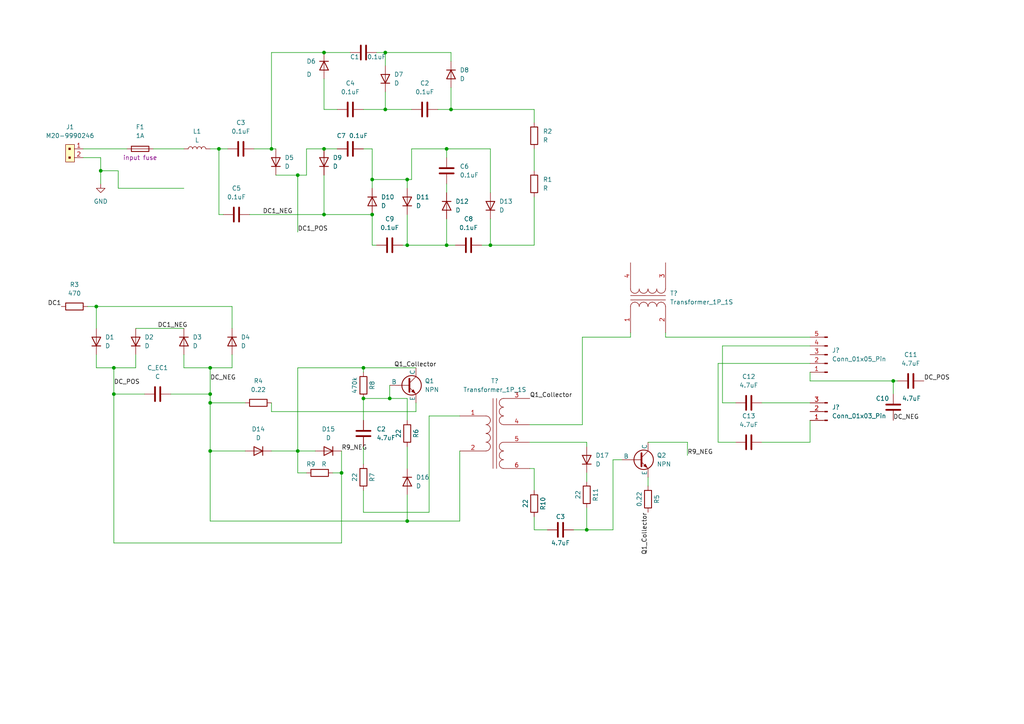
<source format=kicad_sch>
(kicad_sch (version 20231120) (generator "eeschema") (generator_version "8.0")
  (paper "A4")
  (lib_symbols
    (symbol "Connector:Conn_01x03_Pin" (pin_names (offset 1.016) hide)
      (property "Reference" "J" (at 0 5.08 0))
      (property "Value" "Conn_01x03_Pin" (at 0 -5.08 0))
      (symbol "Conn_01x03_Pin_1_1"
        (polyline (pts (xy 1.27 -2.54) (xy 0.8636 -2.54)) (stroke (width 0.1524)))
        (polyline (pts (xy 1.27 0) (xy 0.8636 0)) (stroke (width 0.1524)))
        (polyline (pts (xy 1.27 2.54) (xy 0.8636 2.54)) (stroke (width 0.1524)))
        (rectangle (start 0.8636 -2.413) (end 0 -2.667) (stroke (width 0.1524)) (fill (type outline)))
        (rectangle (start 0.8636 0.127) (end 0 -0.127) (stroke (width 0.1524)) (fill (type outline)))
        (rectangle (start 0.8636 2.667) (end 0 2.413) (stroke (width 0.1524)) (fill (type outline)))
        (pin passive line (at 5.08 2.54 180) (length 3.81) (name "Pin_1") (number "1"))
        (pin passive line (at 5.08 0 180) (length 3.81) (name "Pin_2") (number "2"))
        (pin passive line (at 5.08 -2.54 180) (length 3.81) (name "Pin_3") (number "3"))
      )
    )
    (symbol "Connector:Conn_01x05_Pin" (pin_names (offset 1.016) hide)
      (property "Reference" "J" (at 0 7.62 0))
      (property "Value" "Conn_01x05_Pin" (at 0 -7.62 0))
      (symbol "Conn_01x05_Pin_1_1"
        (polyline (pts (xy 1.27 -5.08) (xy 0.8636 -5.08)) (stroke (width 0.1524)))
        (polyline (pts (xy 1.27 -2.54) (xy 0.8636 -2.54)) (stroke (width 0.1524)))
        (polyline (pts (xy 1.27 0) (xy 0.8636 0)) (stroke (width 0.1524)))
        (polyline (pts (xy 1.27 2.54) (xy 0.8636 2.54)) (stroke (width 0.1524)))
        (polyline (pts (xy 1.27 5.08) (xy 0.8636 5.08)) (stroke (width 0.1524)))
        (rectangle (start 0.8636 -4.953) (end 0 -5.207) (stroke (width 0.1524)) (fill (type outline)))
        (rectangle (start 0.8636 -2.413) (end 0 -2.667) (stroke (width 0.1524)) (fill (type outline)))
        (rectangle (start 0.8636 0.127) (end 0 -0.127) (stroke (width 0.1524)) (fill (type outline)))
        (rectangle (start 0.8636 2.667) (end 0 2.413) (stroke (width 0.1524)) (fill (type outline)))
        (rectangle (start 0.8636 5.207) (end 0 4.953) (stroke (width 0.1524)) (fill (type outline)))
        (pin passive line (at 5.08 5.08 180) (length 3.81) (name "Pin_1") (number "1"))
        (pin passive line (at 5.08 2.54 180) (length 3.81) (name "Pin_2") (number "2"))
        (pin passive line (at 5.08 0 180) (length 3.81) (name "Pin_3") (number "3"))
        (pin passive line (at 5.08 -2.54 180) (length 3.81) (name "Pin_4") (number "4"))
        (pin passive line (at 5.08 -5.08 180) (length 3.81) (name "Pin_5") (number "5"))
      )
    )
    (symbol "Device:C" (pin_numbers hide) (pin_names (offset 0.254))
      (property "Reference" "C" (at 0.635 2.54 0))
      (property "Value" "C" (at 0.635 -2.54 0))
      (symbol "C_0_1"
        (polyline (pts (xy -2.032 -0.762) (xy 2.032 -0.762)) (stroke (width 0.508)))
        (polyline (pts (xy -2.032 0.762) (xy 2.032 0.762)) (stroke (width 0.508)))
      )
      (symbol "C_1_1"
        (pin passive line (at 0 3.81 270) (length 2.794) (name "~") (number "1"))
        (pin passive line (at 0 -3.81 90) (length 2.794) (name "~") (number "2"))
      )
    )
    (symbol "Device:D" (pin_numbers hide) (pin_names (offset 1.016) hide)
      (property "Reference" "D" (at 0 2.54 0))
      (property "Value" "D" (at 0 -2.54 0))
      (symbol "D_0_1"
        (polyline (pts (xy -1.27 1.27) (xy -1.27 -1.27)) (stroke (width 0.254)))
        (polyline (pts (xy 1.27 0) (xy -1.27 0)))
        (polyline (pts (xy 1.27 1.27) (xy 1.27 -1.27) (xy -1.27 0) (xy 1.27 1.27)) (stroke (width 0.254)))
      )
      (symbol "D_1_1"
        (pin passive line (at -3.81 0 0) (length 2.54) (name "K") (number "1"))
        (pin passive line (at 3.81 0 180) (length 2.54) (name "A") (number "2"))
      )
    )
    (symbol "Device:Fuse" (pin_numbers hide) (pin_names (offset 0))
      (property "Reference" "F" (at 2.032 0 90))
      (property "Value" "Fuse" (at -1.905 0 90))
      (symbol "Fuse_0_1"
        (rectangle (start -0.762 -2.54) (end 0.762 2.54) (stroke (width 0.254)))
        (polyline (pts (xy 0 2.54) (xy 0 -2.54)))
      )
      (symbol "Fuse_1_1"
        (pin passive line (at 0 3.81 270) (length 1.27) (name "~") (number "1"))
        (pin passive line (at 0 -3.81 90) (length 1.27) (name "~") (number "2"))
      )
    )
    (symbol "Device:L" (pin_numbers hide) (pin_names (offset 1.016) hide)
      (property "Reference" "L" (at -1.27 0 90))
      (property "Value" "L" (at 1.905 0 90))
      (symbol "L_0_1"
        (arc (start 0 -2.54) (mid 0.6323 -1.905) (end 0 -1.27))
        (arc (start 0 -1.27) (mid 0.6323 -0.635) (end 0 0))
        (arc (start 0 0) (mid 0.6323 0.635) (end 0 1.27))
        (arc (start 0 1.27) (mid 0.6323 1.905) (end 0 2.54))
      )
      (symbol "L_1_1"
        (pin passive line (at 0 3.81 270) (length 1.27) (name "1") (number "1"))
        (pin passive line (at 0 -3.81 90) (length 1.27) (name "2") (number "2"))
      )
    )
    (symbol "Device:R" (pin_numbers hide) (pin_names (offset 0))
      (property "Reference" "R" (at 2.032 0 90))
      (property "Value" "R" (at 0 0 90))
      (symbol "R_0_1"
        (rectangle (start -1.016 -2.54) (end 1.016 2.54) (stroke (width 0.254)))
      )
      (symbol "R_1_1"
        (pin passive line (at 0 3.81 270) (length 1.27) (name "~") (number "1"))
        (pin passive line (at 0 -3.81 90) (length 1.27) (name "~") (number "2"))
      )
    )
    (symbol "Device:Transformer_1P_1S" (pin_names (offset 1.016) hide)
      (property "Reference" "T" (at 0 6.35 0))
      (property "Value" "Transformer_1P_1S" (at 0 -7.62 0))
      (symbol "Transformer_1P_1S_0_1"
        (arc (start -2.54 -5.0546) (mid -1.6599 -4.6901) (end -1.27 -3.81))
        (arc (start -2.54 -2.5146) (mid -1.6599 -2.1501) (end -1.27 -1.27))
        (arc (start -2.54 0.0254) (mid -1.6599 0.3899) (end -1.27 1.27))
        (arc (start -2.54 2.5654) (mid -1.6599 2.9299) (end -1.27 3.81))
        (arc (start -1.27 -3.81) (mid -1.642 -2.912) (end -2.54 -2.54))
        (arc (start -1.27 -1.27) (mid -1.642 -0.372) (end -2.54 0))
        (arc (start -1.27 1.27) (mid -1.642 2.168) (end -2.54 2.54))
        (arc (start -1.27 3.81) (mid -1.642 4.708) (end -2.54 5.08))
        (polyline (pts (xy -0.635 5.08) (xy -0.635 -5.08)))
        (polyline (pts (xy 0.635 -5.08) (xy 0.635 5.08)))
        (arc (start 1.2954 -1.27) (mid 1.6599 -2.1501) (end 2.54 -2.5146))
        (arc (start 1.2954 1.27) (mid 1.6599 0.3899) (end 2.54 0.0254))
        (arc (start 1.2954 3.81) (mid 1.6599 2.9299) (end 2.54 2.5654))
        (arc (start 1.3208 -3.81) (mid 1.6853 -4.6901) (end 2.5654 -5.0546))
        (arc (start 2.54 0) (mid 1.642 -0.372) (end 1.2954 -1.27))
        (arc (start 2.54 2.54) (mid 1.642 2.168) (end 1.2954 1.27))
        (arc (start 2.54 5.08) (mid 1.642 4.708) (end 1.2954 3.81))
        (arc (start 2.5654 -2.54) (mid 1.6674 -2.912) (end 1.3208 -3.81))
      )
      (symbol "Transformer_1P_1S_1_1"
        (pin passive line (at -10.16 5.08 0) (length 7.62) (name "AA") (number "1"))
        (pin passive line (at -10.16 -5.08 0) (length 7.62) (name "AB") (number "2"))
        (pin passive line (at 10.16 -5.08 180) (length 7.62) (name "SA") (number "3"))
        (pin passive line (at 10.16 5.08 180) (length 7.62) (name "SB") (number "4"))
      )
    )
    (symbol "Device:Transformer_1P_2S" (pin_names (offset 1.016) hide)
      (property "Reference" "T" (at 0 12.7 0))
      (property "Value" "Transformer_1P_2S" (at 0 -12.7 0))
      (symbol "Transformer_1P_2S_0_1"
        (arc (start -2.54 -5.0546) (mid -1.6599 -4.6901) (end -1.27 -3.81))
        (arc (start -2.54 -2.5146) (mid -1.6599 -2.1501) (end -1.27 -1.27))
        (arc (start -2.54 0.0254) (mid -1.6599 0.3899) (end -1.27 1.27))
        (arc (start -2.54 2.5654) (mid -1.6599 2.9299) (end -1.27 3.81))
        (arc (start -1.27 -3.81) (mid -1.642 -2.912) (end -2.54 -2.54))
        (arc (start -1.27 -1.27) (mid -1.642 -0.372) (end -2.54 0))
        (arc (start -1.27 1.27) (mid -1.642 2.168) (end -2.54 2.54))
        (arc (start -1.27 3.81) (mid -1.642 4.708) (end -2.54 5.08))
        (polyline (pts (xy -0.508 -10.16) (xy -0.508 10.16)))
        (polyline (pts (xy 0.508 10.16) (xy 0.508 -10.16)))
        (arc (start 1.2954 -8.89) (mid 1.6599 -9.7701) (end 2.54 -10.1346))
        (arc (start 1.2954 -6.35) (mid 1.6599 -7.2301) (end 2.54 -7.5946))
        (arc (start 1.2954 -3.81) (mid 1.6599 -4.6901) (end 2.54 -5.0546))
        (arc (start 1.2954 3.81) (mid 1.6599 2.9299) (end 2.54 2.5654))
        (arc (start 1.2954 6.35) (mid 1.6599 5.4699) (end 2.54 5.1054))
        (arc (start 1.2954 8.89) (mid 1.6599 8.0099) (end 2.54 7.6454))
        (arc (start 2.54 -7.62) (mid 1.642 -7.992) (end 1.2954 -8.89))
        (arc (start 2.54 -5.08) (mid 1.642 -5.452) (end 1.2954 -6.35))
        (arc (start 2.54 -2.54) (mid 1.642 -2.912) (end 1.2954 -3.81))
        (arc (start 2.54 5.08) (mid 1.642 4.708) (end 1.2954 3.81))
        (arc (start 2.54 7.62) (mid 1.642 7.248) (end 1.2954 6.35))
        (arc (start 2.54 10.16) (mid 1.642 9.788) (end 1.2954 8.89))
      )
      (symbol "Transformer_1P_2S_1_1"
        (pin passive line (at -10.16 5.08 0) (length 7.62) (name "AA") (number "1"))
        (pin passive line (at -10.16 -5.08 0) (length 7.62) (name "AB") (number "2"))
        (pin passive line (at 10.16 10.16 180) (length 7.62) (name "SA") (number "3"))
        (pin passive line (at 10.16 2.54 180) (length 7.62) (name "SB") (number "4"))
        (pin passive line (at 10.16 -2.54 180) (length 7.62) (name "SC") (number "5"))
        (pin passive line (at 10.16 -10.16 180) (length 7.62) (name "SD") (number "6"))
      )
    )
    (symbol "Simulation_SPICE:NPN" (pin_numbers hide) (pin_names (offset 0))
      (property "Reference" "Q" (at -2.54 7.62 0))
      (property "Value" "NPN" (at -2.54 5.08 0))
      (symbol "NPN_0_1"
        (polyline (pts (xy -2.54 0) (xy 0.635 0)) (stroke (width 0.1524)))
        (polyline (pts (xy 0.635 0.635) (xy 2.54 2.54)))
        (polyline (pts (xy 2.794 -1.27) (xy 2.794 -1.27)) (stroke (width 0.1524)))
        (polyline (pts (xy 2.794 -1.27) (xy 2.794 -1.27)) (stroke (width 0.1524)))
        (polyline (pts (xy 0.635 -0.635) (xy 2.54 -2.54) (xy 2.54 -2.54)))
        (polyline (pts (xy 0.635 1.905) (xy 0.635 -1.905) (xy 0.635 -1.905)) (stroke (width 0.508)))
        (polyline (pts (xy 1.27 -1.778) (xy 1.778 -1.27) (xy 2.286 -2.286) (xy 1.27 -1.778) (xy 1.27 -1.778)) (fill (type outline)))
        (circle (center 1.27 0) (radius 2.8194) (stroke (width 0.254)))
      )
      (symbol "NPN_1_1"
        (pin open_collector line (at 2.54 5.08 270) (length 2.54) (name "C") (number "1"))
        (pin input line (at -5.08 0 0) (length 2.54) (name "B") (number "2"))
        (pin open_emitter line (at 2.54 -5.08 90) (length 2.54) (name "E") (number "3"))
      )
    )
    (symbol "dk_Rectangular-Connectors-Headers-Male-Pins:M20-9990246" (pin_names (offset 1.016))
      (property "Reference" "J" (at -2.54 1.27 0))
      (property "Value" "M20-9990246" (at 1.27 -3.81 0))
      (symbol "M20-9990246_1_1"
        (rectangle (start -1.27 0) (end 3.81 -2.54) (fill (type background)))
        (rectangle (start -0.254 -1.143) (end 0.254 -1.651) (fill (type outline)))
        (rectangle (start 2.286 -1.143) (end 2.794 -1.651) (fill (type outline)))
        (pin passive line (at 0 2.54 270) (length 2.54) (name "~") (number "1"))
        (pin passive line (at 2.54 2.54 270) (length 2.54) (name "~") (number "2"))
      )
    )
    (symbol "power:GND" (power) (pin_numbers hide) (pin_names (offset 0) hide)
      (property "Value" "GND" (at 0 -3.81 0))
      (symbol "GND_0_1"
        (polyline (pts (xy 0 0) (xy 0 -1.27) (xy 1.27 -1.27) (xy 0 -2.54) (xy -1.27 -1.27) (xy 0 -1.27)))
      )
      (symbol "GND_1_1"
        (pin power_in line (at 0 0 270) (length 0) (name "~") (number "1"))
      )
    )
  )
  (junction (at 118.11 151.13))
  (junction (at 129.54 43.18))
  (junction (at 93.98 15.24))
  (junction (at 93.98 43.18))
  (junction (at 113.03 115.57))
  (junction (at 107.95 62.23))
  (junction (at 142.24 71.12))
  (junction (at 105.41 115.57))
  (junction (at 60.96 116.84))
  (junction (at 118.11 71.12))
  (junction (at 63.5 43.18))
  (junction (at 33.02 114.3))
  (junction (at 99.06 137.16))
  (junction (at 60.96 114.3))
  (junction (at 118.11 52.07))
  (junction (at 111.76 15.24))
  (junction (at 27.94 88.9))
  (junction (at 107.95 52.07))
  (junction (at 33.02 106.68))
  (junction (at 129.54 71.12))
  (junction (at 130.81 31.75))
  (junction (at 259.08 110.49))
  (junction (at 60.96 106.68))
  (junction (at 86.36 50.8))
  (junction (at 29.21 49.53))
  (junction (at 105.41 106.68))
  (junction (at 170.18 153.67))
  (junction (at 78.74 43.18))
  (junction (at 60.96 130.81))
  (junction (at 93.98 62.23))
  (junction (at 111.76 31.75))
  (junction (at 86.36 130.81))
  (wire (pts (xy 259.08 110.49) (xy 260.35 110.49)))
  (wire (pts (xy 220.98 116.84) (xy 234.95 116.84)))
  (wire (pts (xy 166.37 153.67) (xy 170.18 153.67)))
  (wire (pts (xy 177.8 153.67) (xy 170.18 153.67)))
  (wire (pts (xy 130.81 25.4) (xy 130.81 31.75)))
  (wire (pts (xy 118.11 121.92) (xy 118.11 115.57)))
  (wire (pts (xy 53.34 54.61) (xy 34.29 54.61)))
  (wire (pts (xy 60.96 151.13) (xy 60.96 130.81)))
  (wire (pts (xy 130.81 15.24) (xy 130.81 17.78)))
  (wire (pts (xy 39.37 95.25) (xy 53.34 95.25)))
  (wire (pts (xy 105.41 43.18) (xy 107.95 43.18)))
  (wire (pts (xy 60.96 43.18) (xy 63.5 43.18)))
  (wire (pts (xy 153.67 135.89) (xy 154.94 135.89)))
  (wire (pts (xy 80.01 50.8) (xy 86.36 50.8)))
  (wire (pts (xy 139.7 71.12) (xy 142.24 71.12)))
  (wire (pts (xy 234.95 105.41) (xy 208.28 105.41)))
  (wire (pts (xy 78.74 15.24) (xy 93.98 15.24)))
  (wire (pts (xy 105.41 107.95) (xy 105.41 106.68)))
  (wire (pts (xy 129.54 71.12) (xy 118.11 71.12)))
  (wire (pts (xy 27.94 102.87) (xy 27.94 106.68)))
  (wire (pts (xy 111.76 15.24) (xy 111.76 19.05)))
  (wire (pts (xy 25.4 88.9) (xy 27.94 88.9)))
  (wire (pts (xy 118.11 71.12) (xy 118.11 62.23)))
  (wire (pts (xy 88.9 50.8) (xy 88.9 43.18)))
  (wire (pts (xy 187.96 138.43) (xy 187.96 140.97)))
  (wire (pts (xy 60.96 130.81) (xy 71.12 130.81)))
  (wire (pts (xy 93.98 22.86) (xy 93.98 31.75)))
  (wire (pts (xy 27.94 106.68) (xy 33.02 106.68)))
  (wire (pts (xy 119.38 43.18) (xy 119.38 52.07)))
  (wire (pts (xy 124.46 120.65) (xy 133.35 120.65)))
  (wire (pts (xy 29.21 45.72) (xy 29.21 49.53)))
  (wire (pts (xy 142.24 71.12) (xy 142.24 63.5)))
  (wire (pts (xy 86.36 106.68) (xy 86.36 130.81)))
  (wire (pts (xy 118.11 115.57) (xy 113.03 115.57)))
  (wire (pts (xy 60.96 114.3) (xy 60.96 106.68)))
  (wire (pts (xy 109.22 71.12) (xy 107.95 71.12)))
  (wire (pts (xy 142.24 55.88) (xy 142.24 43.18)))
  (wire (pts (xy 34.29 49.53) (xy 29.21 49.53)))
  (wire (pts (xy 88.9 43.18) (xy 93.98 43.18)))
  (wire (pts (xy 209.55 100.33) (xy 234.95 100.33)))
  (wire (pts (xy 116.84 71.12) (xy 118.11 71.12)))
  (wire (pts (xy 129.54 63.5) (xy 129.54 71.12)))
  (wire (pts (xy 78.74 119.38) (xy 78.74 116.84)))
  (wire (pts (xy 220.98 128.27) (xy 234.95 128.27)))
  (wire (pts (xy 193.04 97.79) (xy 234.95 97.79)))
  (wire (pts (xy 208.28 105.41) (xy 208.28 128.27)))
  (wire (pts (xy 39.37 106.68) (xy 39.37 102.87)))
  (wire (pts (xy 119.38 52.07) (xy 118.11 52.07)))
  (wire (pts (xy 234.95 128.27) (xy 234.95 121.92)))
  (wire (pts (xy 78.74 15.24) (xy 78.74 43.18)))
  (wire (pts (xy 129.54 43.18) (xy 129.54 45.72)))
  (wire (pts (xy 33.02 114.3) (xy 33.02 106.68)))
  (wire (pts (xy 120.65 106.68) (xy 105.41 106.68)))
  (wire (pts (xy 129.54 71.12) (xy 132.08 71.12)))
  (wire (pts (xy 72.39 62.23) (xy 93.98 62.23)))
  (wire (pts (xy 111.76 31.75) (xy 105.41 31.75)))
  (wire (pts (xy 67.31 106.68) (xy 67.31 102.87)))
  (wire (pts (xy 153.67 128.27) (xy 170.18 128.27)))
  (wire (pts (xy 33.02 114.3) (xy 41.91 114.3)))
  (wire (pts (xy 130.81 31.75) (xy 127 31.75)))
  (wire (pts (xy 53.34 102.87) (xy 53.34 106.68)))
  (wire (pts (xy 105.41 148.59) (xy 105.41 142.24)))
  (wire (pts (xy 49.53 114.3) (xy 60.96 114.3)))
  (wire (pts (xy 78.74 130.81) (xy 86.36 130.81)))
  (wire (pts (xy 118.11 151.13) (xy 133.35 151.13)))
  (wire (pts (xy 209.55 100.33) (xy 209.55 116.84)))
  (wire (pts (xy 154.94 135.89) (xy 154.94 142.24)))
  (wire (pts (xy 170.18 137.16) (xy 170.18 139.7)))
  (wire (pts (xy 33.02 106.68) (xy 39.37 106.68)))
  (wire (pts (xy 111.76 26.67) (xy 111.76 31.75)))
  (wire (pts (xy 168.91 123.19) (xy 168.91 97.79)))
  (wire (pts (xy 60.96 114.3) (xy 60.96 116.84)))
  (wire (pts (xy 64.77 62.23) (xy 63.5 62.23)))
  (wire (pts (xy 118.11 54.61) (xy 118.11 52.07)))
  (wire (pts (xy 154.94 57.15) (xy 154.94 71.12)))
  (wire (pts (xy 129.54 53.34) (xy 129.54 55.88)))
  (wire (pts (xy 66.04 43.18) (xy 63.5 43.18)))
  (wire (pts (xy 105.41 115.57) (xy 113.03 115.57)))
  (wire (pts (xy 120.65 119.38) (xy 120.65 116.84)))
  (wire (pts (xy 107.95 43.18) (xy 107.95 52.07)))
  (wire (pts (xy 180.34 133.35) (xy 177.8 133.35)))
  (wire (pts (xy 199.39 132.08) (xy 199.39 128.27)))
  (wire (pts (xy 80.01 43.18) (xy 78.74 43.18)))
  (wire (pts (xy 154.94 149.86) (xy 154.94 153.67)))
  (wire (pts (xy 193.04 97.79) (xy 193.04 96.52)))
  (wire (pts (xy 170.18 153.67) (xy 170.18 147.32)))
  (wire (pts (xy 93.98 31.75) (xy 97.79 31.75)))
  (wire (pts (xy 208.28 128.27) (xy 213.36 128.27)))
  (wire (pts (xy 60.96 151.13) (xy 118.11 151.13)))
  (wire (pts (xy 182.88 97.79) (xy 182.88 96.52)))
  (wire (pts (xy 105.41 148.59) (xy 124.46 148.59)))
  (wire (pts (xy 170.18 129.54) (xy 170.18 128.27)))
  (wire (pts (xy 63.5 62.23) (xy 63.5 43.18)))
  (wire (pts (xy 105.41 129.54) (xy 105.41 134.62)))
  (wire (pts (xy 154.94 31.75) (xy 154.94 35.56)))
  (wire (pts (xy 93.98 15.24) (xy 101.6 15.24)))
  (wire (pts (xy 99.06 157.48) (xy 33.02 157.48)))
  (wire (pts (xy 73.66 43.18) (xy 78.74 43.18)))
  (wire (pts (xy 153.67 123.19) (xy 168.91 123.19)))
  (wire (pts (xy 67.31 88.9) (xy 67.31 95.25)))
  (wire (pts (xy 154.94 71.12) (xy 142.24 71.12)))
  (wire (pts (xy 133.35 130.81) (xy 133.35 151.13)))
  (wire (pts (xy 107.95 52.07) (xy 107.95 54.61)))
  (wire (pts (xy 118.11 143.51) (xy 118.11 151.13)))
  (wire (pts (xy 78.74 119.38) (xy 120.65 119.38)))
  (wire (pts (xy 154.94 31.75) (xy 130.81 31.75)))
  (wire (pts (xy 99.06 130.81) (xy 99.06 137.16)))
  (wire (pts (xy 96.52 137.16) (xy 99.06 137.16)))
  (wire (pts (xy 93.98 43.18) (xy 97.79 43.18)))
  (wire (pts (xy 111.76 31.75) (xy 119.38 31.75)))
  (wire (pts (xy 118.11 129.54) (xy 118.11 135.89)))
  (wire (pts (xy 118.11 52.07) (xy 107.95 52.07)))
  (wire (pts (xy 107.95 62.23) (xy 107.95 71.12)))
  (wire (pts (xy 168.91 97.79) (xy 182.88 97.79)))
  (wire (pts (xy 44.45 43.18) (xy 53.34 43.18)))
  (wire (pts (xy 154.94 43.18) (xy 154.94 49.53)))
  (wire (pts (xy 259.08 110.49) (xy 259.08 114.3)))
  (wire (pts (xy 142.24 43.18) (xy 129.54 43.18)))
  (wire (pts (xy 111.76 15.24) (xy 130.81 15.24)))
  (wire (pts (xy 93.98 50.8) (xy 93.98 62.23)))
  (wire (pts (xy 86.36 137.16) (xy 86.36 130.81)))
  (wire (pts (xy 33.02 114.3) (xy 33.02 157.48)))
  (wire (pts (xy 113.03 115.57) (xy 113.03 111.76)))
  (wire (pts (xy 24.13 43.18) (xy 36.83 43.18)))
  (wire (pts (xy 234.95 110.49) (xy 234.95 107.95)))
  (wire (pts (xy 27.94 88.9) (xy 67.31 88.9)))
  (wire (pts (xy 86.36 67.31) (xy 86.36 50.8)))
  (wire (pts (xy 109.22 15.24) (xy 111.76 15.24)))
  (wire (pts (xy 29.21 49.53) (xy 29.21 53.34)))
  (wire (pts (xy 177.8 133.35) (xy 177.8 153.67)))
  (wire (pts (xy 107.95 62.23) (xy 93.98 62.23)))
  (wire (pts (xy 209.55 116.84) (xy 213.36 116.84)))
  (wire (pts (xy 53.34 106.68) (xy 60.96 106.68)))
  (wire (pts (xy 105.41 115.57) (xy 105.41 121.92)))
  (wire (pts (xy 27.94 95.25) (xy 27.94 88.9)))
  (wire (pts (xy 60.96 106.68) (xy 67.31 106.68)))
  (wire (pts (xy 124.46 148.59) (xy 124.46 120.65)))
  (wire (pts (xy 24.13 45.72) (xy 29.21 45.72)))
  (wire (pts (xy 88.9 137.16) (xy 86.36 137.16)))
  (wire (pts (xy 34.29 54.61) (xy 34.29 49.53)))
  (wire (pts (xy 86.36 130.81) (xy 91.44 130.81)))
  (wire (pts (xy 105.41 106.68) (xy 86.36 106.68)))
  (wire (pts (xy 60.96 116.84) (xy 60.96 130.81)))
  (wire (pts (xy 71.12 116.84) (xy 60.96 116.84)))
  (wire (pts (xy 99.06 137.16) (xy 99.06 157.48)))
  (wire (pts (xy 199.39 128.27) (xy 187.96 128.27)))
  (wire (pts (xy 234.95 110.49) (xy 259.08 110.49)))
  (wire (pts (xy 154.94 153.67) (xy 158.75 153.67)))
  (wire (pts (xy 86.36 50.8) (xy 88.9 50.8)))
  (wire (pts (xy 129.54 43.18) (xy 119.38 43.18)))
  (label "DC_POS" (at 267.97 110.49 0))
  (label "DC1_POS" (at 86.36 67.31 0))
  (label "DC1" (at 17.78 88.9 180))
  (label "Q1_Collector" (at 187.96 148.59 270))
  (label "Q1_Collector" (at 114.3 106.68 0))
  (label "Q1_Collector" (at 153.67 115.57 0))
  (label "DC1_NEG" (at 76.2 62.23 0))
  (label "DC1_NEG" (at 45.72 95.25 0))
  (label "R9_NEG" (at 199.39 132.08 0))
  (label "DC_NEG" (at 60.96 110.49 0))
  (label "R9_NEG" (at 99.06 130.81 0))
  (label "DC_NEG" (at 259.08 121.92 0))
  (label "DC_POS" (at 33.02 111.76 0))
  (symbol (lib_id "Device:R") (at 21.59 88.9 90) (unit 1)
    (property "Reference" "R3" (at 21.59 82.55 90))
    (property "Value" "470" (at 21.59 85.09 90))
    (property "Description" "Resistor" (effects (hide yes)))
  )
  (symbol (lib_id "Device:D") (at 130.81 21.59 270) (unit 1)
    (property "Reference" "D8" (at 133.35 20.3199 90) (effects (justify left)))
    (property "Value" "D" (at 133.35 22.8599 90) (effects (justify left)))
    (property "Description" "Diode" (effects (hide yes)))
    (property "Sim.Device" "D" (effects (hide yes)))
    (property "Sim.Pins" "1=K 2=A" (effects (hide yes)))
  )
  (symbol (lib_id "Device:D") (at 93.98 46.99 90) (unit 1)
    (property "Reference" "D9" (at 96.52 45.7199 90) (effects (justify right)))
    (property "Value" "D" (at 96.52 48.2599 90) (effects (justify right)))
    (property "Description" "Diode" (effects (hide yes)))
    (property "Sim.Device" "D" (effects (hide yes)))
    (property "Sim.Pins" "1=K 2=A" (effects (hide yes)))
  )
  (symbol (lib_id "Device:C") (at 162.56 153.67 270) (unit 1)
    (property "Reference" "C3" (at 162.56 149.86 90))
    (property "Value" "4.7uF" (at 162.56 157.48 90))
    (property "Description" "Unpolarized capacitor" (effects (hide yes)))
  )
  (symbol (lib_id "Device:R") (at 187.96 144.78 180) (unit 1)
    (property "Reference" "R5" (at 190.5 144.78 90))
    (property "Value" "0.22" (at 185.42 144.78 90))
    (property "Description" "Resistor" (effects (hide yes)))
  )
  (symbol (lib_id "Device:D") (at 95.25 130.81 180) (unit 1)
    (property "Reference" "D15" (at 95.25 124.46 0))
    (property "Value" "D" (at 95.25 127 0))
    (property "Description" "Diode" (effects (hide yes)))
    (property "Sim.Device" "D" (effects (hide yes)))
    (property "Sim.Pins" "1=K 2=A" (effects (hide yes)))
  )
  (symbol (lib_id "Device:R") (at 118.11 125.73 180) (unit 1)
    (property "Reference" "R6" (at 120.65 125.73 90))
    (property "Value" "22" (at 115.57 125.73 90))
    (property "Description" "Resistor" (effects (hide yes)))
  )
  (symbol (lib_id "Device:D") (at 74.93 130.81 180) (unit 1)
    (property "Reference" "D14" (at 74.93 124.46 0))
    (property "Value" "D" (at 74.93 127 0))
    (property "Description" "Diode" (effects (hide yes)))
    (property "Sim.Device" "D" (effects (hide yes)))
    (property "Sim.Pins" "1=K 2=A" (effects (hide yes)))
  )
  (symbol (lib_id "Device:C") (at 105.41 15.24 90) (unit 1)
    (property "Reference" "C1" (at 102.87 16.51 90))
    (property "Value" "0.1uF" (at 109.22 16.51 90))
    (property "Description" "Unpolarized capacitor" (effects (hide yes)))
  )
  (symbol (lib_id "Device:D") (at 129.54 59.69 270) (unit 1)
    (property "Reference" "D12" (at 132.08 58.4199 90) (effects (justify left)))
    (property "Value" "D" (at 132.08 60.9599 90) (effects (justify left)))
    (property "Description" "Diode" (effects (hide yes)))
    (property "Sim.Device" "D" (effects (hide yes)))
    (property "Sim.Pins" "1=K 2=A" (effects (hide yes)))
  )
  (symbol (lib_id "Device:R") (at 74.93 116.84 90) (unit 1)
    (property "Reference" "R4" (at 74.93 110.49 90))
    (property "Value" "0.22" (at 74.93 113.03 90))
    (property "Description" "Resistor" (effects (hide yes)))
  )
  (symbol (lib_id "Device:C") (at 135.89 71.12 90) (unit 1)
    (property "Reference" "C8" (at 135.89 63.5 90))
    (property "Value" "0.1uF" (at 135.89 66.04 90))
    (property "Description" "Unpolarized capacitor" (effects (hide yes)))
  )
  (symbol (lib_id "Device:C") (at 113.03 71.12 90) (unit 1)
    (property "Reference" "C9" (at 113.03 63.5 90))
    (property "Value" "0.1uF" (at 113.03 66.04 90))
    (property "Description" "Unpolarized capacitor" (effects (hide yes)))
  )
  (symbol (lib_id "Device:C") (at 264.16 110.49 270) (unit 1)
    (property "Reference" "C11" (at 264.16 102.87 90))
    (property "Value" "4.7uF" (at 264.16 105.41 90))
    (property "Description" "Unpolarized capacitor" (effects (hide yes)))
  )
  (symbol (lib_id "Device:C") (at 129.54 49.53 0) (unit 1)
    (property "Reference" "C6" (at 133.35 48.2599 0) (effects (justify left)))
    (property "Value" "0.1uF" (at 133.35 50.7999 0) (effects (justify left)))
    (property "Description" "Unpolarized capacitor" (effects (hide yes)))
  )
  (symbol (lib_id "Device:R") (at 154.94 39.37 0) (unit 1)
    (property "Reference" "R2" (at 157.48 38.0999 0) (effects (justify left)))
    (property "Value" "R" (at 157.48 40.6399 0) (effects (justify left)))
    (property "Description" "Resistor" (effects (hide yes)))
  )
  (symbol (lib_id "Device:D") (at 118.11 139.7 270) (unit 1)
    (property "Reference" "D16" (at 120.65 138.4299 90) (effects (justify left)))
    (property "Value" "D" (at 120.65 140.9699 90) (effects (justify left)))
    (property "Description" "Diode" (effects (hide yes)))
    (property "Sim.Device" "D" (effects (hide yes)))
    (property "Sim.Pins" "1=K 2=A" (effects (hide yes)))
  )
  (symbol (lib_id "Device:C") (at 217.17 128.27 270) (unit 1)
    (property "Reference" "C13" (at 217.17 120.65 90))
    (property "Value" "4.7uF" (at 217.17 123.19 90))
    (property "Description" "Unpolarized capacitor" (effects (hide yes)))
  )
  (symbol (lib_id "Device:D") (at 53.34 99.06 270) (unit 1)
    (property "Reference" "D3" (at 55.88 97.7899 90) (effects (justify left)))
    (property "Value" "D" (at 55.88 100.3299 90) (effects (justify left)))
    (property "Description" "Diode" (effects (hide yes)))
    (property "Sim.Device" "D" (effects (hide yes)))
    (property "Sim.Pins" "1=K 2=A" (effects (hide yes)))
  )
  (symbol (lib_id "Device:C") (at 123.19 31.75 90) (unit 1)
    (property "Reference" "C2" (at 123.19 24.13 90))
    (property "Value" "0.1uF" (at 123.19 26.67 90))
    (property "Description" "Unpolarized capacitor" (effects (hide yes)))
  )
  (symbol (lib_id "Device:C") (at 217.17 116.84 270) (unit 1)
    (property "Reference" "C12" (at 217.17 109.22 90))
    (property "Value" "4.7uF" (at 217.17 111.76 90))
    (property "Description" "Unpolarized capacitor" (effects (hide yes)))
  )
  (symbol (lib_id "dk_Rectangular-Connectors-Headers-Male-Pins:M20-9990246") (at 21.59 43.18 270) (unit 1)
    (property "Reference" "J1" (at 20.32 36.83 90))
    (property "Value" "M20-9990246" (at 20.32 39.37 90))
    (property "Footprint" "digikey-footprints:PinHeader_1x2_P2.54mm" (effects (hide yes)))
    (property "Datasheet" "https://cdn.harwin.com/pdfs/M20-999.pdf" (effects (hide yes)))
    (property "Description" "CONN HEADER VERT 2POS 2.54MM" (effects (hide yes)))
    (property "Digi-Key_PN" "952-2262-ND" (effects (hide yes)))
    (property "MPN" "M20-9990246" (effects (hide yes)))
    (property "Category" "Connectors, Interconnects" (effects (hide yes)))
    (property "Family" "Rectangular Connectors - Headers, Male Pins" (effects (hide yes)))
    (property "DK_Datasheet_Link" "https://cdn.harwin.com/pdfs/M20-999.pdf" (effects (hide yes)))
    (property "DK_Detail_Page" "/product-detail/en/harwin-inc/M20-9990246/952-2262-ND/3728226" (effects (hide yes)))
    (property "Description_1" "CONN HEADER VERT 2POS 2.54MM" (effects (hide yes)))
    (property "Manufacturer" "Harwin Inc." (effects (hide yes)))
    (property "Status" "Active" (effects (hide yes)))
  )
  (symbol (lib_id "Device:D") (at 93.98 19.05 270) (unit 1)
    (property "Reference" "D6" (at 88.9 17.78 90) (effects (justify left)))
    (property "Value" "D" (at 88.9 21.59 90) (effects (justify left)))
    (property "Description" "Diode" (effects (hide yes)))
    (property "Sim.Device" "D" (effects (hide yes)))
    (property "Sim.Pins" "1=K 2=A" (effects (hide yes)))
  )
  (symbol (lib_id "Device:C") (at 101.6 43.18 90) (unit 1)
    (property "Reference" "C7" (at 100.3299 39.37 90) (effects (justify left)))
    (property "Value" "0.1uF" (at 106.68 39.37 90) (effects (justify left)))
    (property "Description" "Unpolarized capacitor" (effects (hide yes)))
  )
  (symbol (lib_id "Device:R") (at 154.94 146.05 180) (unit 1)
    (property "Reference" "R10" (at 157.48 146.05 90))
    (property "Value" "22" (at 152.4 146.05 90))
    (property "Description" "Resistor" (effects (hide yes)))
  )
  (symbol (lib_id "Device:C") (at 105.41 125.73 180) (unit 1)
    (property "Reference" "C2" (at 109.22 124.4599 0) (effects (justify right)))
    (property "Value" "4.7uF" (at 109.22 126.9999 0) (effects (justify right)))
    (property "Description" "Unpolarized capacitor" (effects (hide yes)))
  )
  (symbol (lib_id "Device:D") (at 142.24 59.69 90) (unit 1)
    (property "Reference" "D13" (at 144.78 58.4199 90) (effects (justify right)))
    (property "Value" "D" (at 144.78 60.9599 90) (effects (justify right)))
    (property "Description" "Diode" (effects (hide yes)))
    (property "Sim.Device" "D" (effects (hide yes)))
    (property "Sim.Pins" "1=K 2=A" (effects (hide yes)))
  )
  (symbol (lib_id "Device:D") (at 27.94 99.06 90) (unit 1)
    (property "Reference" "D1" (at 30.48 97.7899 90) (effects (justify right)))
    (property "Value" "D" (at 30.48 100.3299 90) (effects (justify right)))
    (property "Description" "Diode" (effects (hide yes)))
    (property "Sim.Device" "D" (effects (hide yes)))
    (property "Sim.Pins" "1=K 2=A" (effects (hide yes)))
  )
  (symbol (lib_id "Device:D") (at 80.01 46.99 90) (unit 1)
    (property "Reference" "D5" (at 82.55 45.7199 90) (effects (justify right)))
    (property "Value" "D" (at 82.55 48.2599 90) (effects (justify right)))
    (property "Description" "Diode" (effects (hide yes)))
    (property "Sim.Device" "D" (effects (hide yes)))
    (property "Sim.Pins" "1=K 2=A" (effects (hide yes)))
  )
  (symbol (lib_id "Device:R") (at 154.94 53.34 0) (unit 1)
    (property "Reference" "R1" (at 157.48 52.0699 0) (effects (justify left)))
    (property "Value" "R" (at 157.48 54.6099 0) (effects (justify left)))
    (property "Description" "Resistor" (effects (hide yes)))
  )
  (symbol (lib_id "Device:D") (at 67.31 99.06 270) (unit 1)
    (property "Reference" "D4" (at 69.85 97.7899 90) (effects (justify left)))
    (property "Value" "D" (at 69.85 100.3299 90) (effects (justify left)))
    (property "Description" "Diode" (effects (hide yes)))
    (property "Sim.Device" "D" (effects (hide yes)))
    (property "Sim.Pins" "1=K 2=A" (effects (hide yes)))
  )
  (symbol (lib_id "Device:D") (at 170.18 133.35 90) (unit 1)
    (property "Reference" "D17" (at 172.72 132.0799 90) (effects (justify right)))
    (property "Value" "D" (at 172.72 134.6199 90) (effects (justify right)))
    (property "Description" "Diode" (effects (hide yes)))
    (property "Sim.Device" "D" (effects (hide yes)))
    (property "Sim.Pins" "1=K 2=A" (effects (hide yes)))
  )
  (symbol (lib_id "Device:R") (at 92.71 137.16 90) (unit 1)
    (property "Reference" "R9" (at 90.17 134.62 90))
    (property "Value" "R" (at 93.98 134.62 90))
    (property "Description" "Resistor" (effects (hide yes)))
  )
  (symbol (lib_id "Device:D") (at 111.76 22.86 90) (unit 1)
    (property "Reference" "D7" (at 114.3 21.5899 90) (effects (justify right)))
    (property "Value" "D" (at 114.3 24.1299 90) (effects (justify right)))
    (property "Description" "Diode" (effects (hide yes)))
    (property "Sim.Device" "D" (effects (hide yes)))
    (property "Sim.Pins" "1=K 2=A" (effects (hide yes)))
  )
  (symbol (lib_id "Simulation_SPICE:NPN") (at 118.11 111.76 0) (unit 1)
    (property "Reference" "Q1" (at 123.19 110.4899 0) (effects (justify left)))
    (property "Value" "NPN" (at 123.19 113.0299 0) (effects (justify left)))
    (property "Datasheet" "https://ngspice.sourceforge.io/docs/ngspice-html-manual/manual.xhtml#cha_BJTs" (effects (hide yes)))
    (property "Description" "Bipolar transistor symbol for simulation only, substrate tied to the emitter" (effects (hide yes)))
    (property "Sim.Device" "NPN" (effects (hide yes)))
    (property "Sim.Type" "GUMMELPOON" (effects (hide yes)))
    (property "Sim.Pins" "1=C 2=B 3=E" (effects (hide yes)))
  )
  (symbol (lib_id "Device:L") (at 57.15 43.18 90) (unit 1)
    (property "Reference" "L1" (at 57.15 38.1 90))
    (property "Value" "L" (at 57.15 40.64 90))
    (property "Description" "Inductor" (effects (hide yes)))
  )
  (symbol (lib_id "Device:Transformer_1P_2S") (at 143.51 125.73 0) (unit 1)
    (property "Reference" "T?" (at 143.51 110.49 0))
    (property "Value" "Transformer_1P_1S" (at 143.51 113.03 0))
    (property "Description" "Transformer, single primary, dual secondary" (effects (hide yes)))
  )
  (symbol (lib_id "Device:D") (at 107.95 58.42 270) (unit 1)
    (property "Reference" "D10" (at 110.49 57.1499 90) (effects (justify left)))
    (property "Value" "D" (at 110.49 59.6899 90) (effects (justify left)))
    (property "Description" "Diode" (effects (hide yes)))
    (property "Sim.Device" "D" (effects (hide yes)))
    (property "Sim.Pins" "1=K 2=A" (effects (hide yes)))
  )
  (symbol (lib_id "Device:C") (at 101.6 31.75 90) (unit 1)
    (property "Reference" "C4" (at 101.6 24.13 90))
    (property "Value" "0.1uF" (at 101.6 26.67 90))
    (property "Description" "Unpolarized capacitor" (effects (hide yes)))
  )
  (symbol (lib_id "Device:D") (at 39.37 99.06 90) (unit 1)
    (property "Reference" "D2" (at 41.91 97.7899 90) (effects (justify right)))
    (property "Value" "D" (at 41.91 100.3299 90) (effects (justify right)))
    (property "Description" "Diode" (effects (hide yes)))
    (property "Sim.Device" "D" (effects (hide yes)))
    (property "Sim.Pins" "1=K 2=A" (effects (hide yes)))
  )
  (symbol (lib_id "Device:D") (at 118.11 58.42 90) (unit 1)
    (property "Reference" "D11" (at 120.65 57.1499 90) (effects (justify right)))
    (property "Value" "D" (at 120.65 59.6899 90) (effects (justify right)))
    (property "Description" "Diode" (effects (hide yes)))
    (property "Sim.Device" "D" (effects (hide yes)))
    (property "Sim.Pins" "1=K 2=A" (effects (hide yes)))
  )
  (symbol (lib_id "Connector:Conn_01x03_Pin") (at 240.03 119.38 180) (unit 1)
    (property "Reference" "J?" (at 241.3 118.1099 0) (effects (justify right)))
    (property "Value" "Conn_01x03_Pin" (at 241.3 120.6499 0) (effects (justify right)))
    (property "Description" "Generic connector, single row, 01x03, script generated" (effects (hide yes)))
  )
  (symbol (lib_id "Device:C") (at 69.85 43.18 90) (unit 1)
    (property "Reference" "C3" (at 69.85 35.56 90))
    (property "Value" "0.1uF" (at 69.85 38.1 90))
    (property "Description" "Unpolarized capacitor" (effects (hide yes)))
  )
  (symbol (lib_id "Simulation_SPICE:NPN") (at 185.42 133.35 0) (unit 1)
    (property "Reference" "Q2" (at 190.5 132.0799 0) (effects (justify left)))
    (property "Value" "NPN" (at 190.5 134.6199 0) (effects (justify left)))
    (property "Datasheet" "https://ngspice.sourceforge.io/docs/ngspice-html-manual/manual.xhtml#cha_BJTs" (effects (hide yes)))
    (property "Description" "Bipolar transistor symbol for simulation only, substrate tied to the emitter" (effects (hide yes)))
    (property "Sim.Device" "NPN" (effects (hide yes)))
    (property "Sim.Type" "GUMMELPOON" (effects (hide yes)))
    (property "Sim.Pins" "1=C 2=B 3=E" (effects (hide yes)))
  )
  (symbol (lib_id "Device:R") (at 170.18 143.51 180) (unit 1)
    (property "Reference" "R11" (at 172.72 143.51 90))
    (property "Value" "22" (at 167.64 143.51 90))
    (property "Description" "Resistor" (effects (hide yes)))
  )
  (symbol (lib_id "power:GND") (at 29.21 53.34 0) (unit 1)
    (property "Reference" "#PWR01" (effects (hide yes)))
    (property "Value" "GND" (at 29.21 58.42 0))
    (property "Description" "Power symbol creates a global label with name \"GND\" , ground" (effects (hide yes)))
  )
  (symbol (lib_id "Device:C") (at 259.08 118.11 0) (unit 1)
    (property "Reference" "C10" (at 254 115.57 0) (effects (justify left)))
    (property "Value" "4.7uF" (at 261.62 115.57 0) (effects (justify left)))
    (property "Description" "Unpolarized capacitor" (effects (hide yes)))
  )
  (symbol (lib_id "Device:R") (at 105.41 138.43 180) (unit 1)
    (property "Reference" "R7" (at 107.95 138.43 90))
    (property "Value" "22" (at 102.87 138.43 90))
    (property "Description" "Resistor" (effects (hide yes)))
  )
  (symbol (lib_id "Device:Fuse") (at 40.64 43.18 90) (unit 1)
    (property "Reference" "F1" (at 40.64 36.83 90))
    (property "Value" "1A" (at 40.64 39.37 90))
    (property "Description" "Fuse" (effects (hide yes)))
    (property "Purpose" "input fuse" (at 40.64 45.72 90))
  )
  (symbol (lib_id "Connector:Conn_01x05_Pin") (at 240.03 102.87 180) (unit 1)
    (property "Reference" "J?" (at 241.3 101.5999 0) (effects (justify right)))
    (property "Value" "Conn_01x05_Pin" (at 241.3 104.1399 0) (effects (justify right)))
    (property "Description" "Generic connector, single row, 01x05, script generated" (effects (hide yes)))
  )
  (symbol (lib_id "Device:C") (at 68.58 62.23 90) (unit 1)
    (property "Reference" "C5" (at 68.58 54.61 90))
    (property "Value" "0.1uF" (at 68.58 57.15 90))
    (property "Description" "Unpolarized capacitor" (effects (hide yes)))
  )
  (symbol (lib_id "Device:Transformer_1P_1S") (at 187.96 86.36 90) (unit 1)
    (property "Reference" "T?" (at 194.31 85.0772 90) (effects (justify right)))
    (property "Value" "Transformer_1P_1S" (at 194.31 87.6172 90) (effects (justify right)))
    (property "Description" "Transformer, single primary, single secondary" (effects (hide yes)))
  )
  (symbol (lib_id "Device:C") (at 45.72 114.3 270) (unit 1)
    (property "Reference" "C_EC1" (at 45.72 106.68 90))
    (property "Value" "C" (at 45.72 109.22 90))
    (property "Description" "Unpolarized capacitor" (effects (hide yes)))
  )
  (symbol (lib_id "Device:R") (at 105.41 111.76 180) (unit 1)
    (property "Reference" "R8" (at 107.95 111.76 90))
    (property "Value" "470k" (at 102.87 111.76 90))
    (property "Description" "Resistor" (effects (hide yes)))
  )
)
</source>
